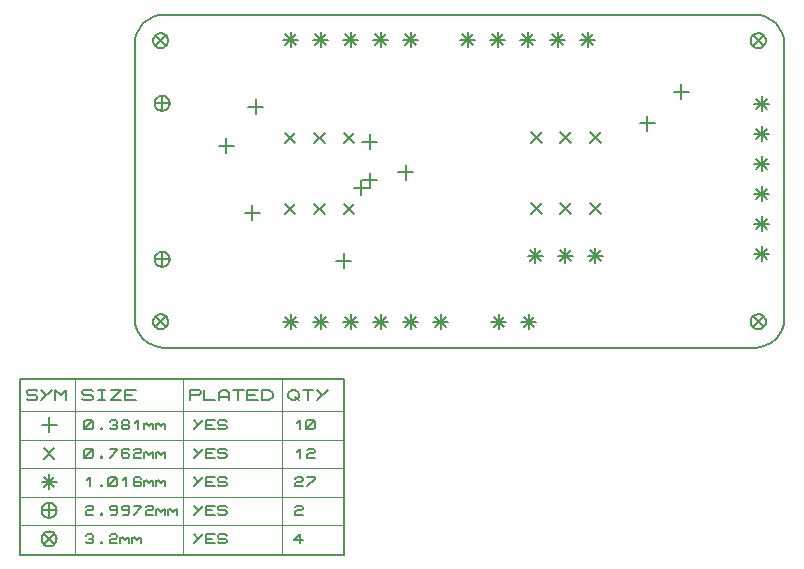
<source format=gbr>
G04 PROTEUS RS274X GERBER FILE*
%FSLAX45Y45*%
%MOMM*%
G01*
%ADD22C,0.203200*%
%ADD47C,0.127000*%
%ADD48C,0.063500*%
D22*
X+1769660Y+697960D02*
X+1769660Y+570960D01*
X+1706160Y+634460D02*
X+1833160Y+634460D01*
X+994230Y+1107280D02*
X+994230Y+980280D01*
X+930730Y+1043780D02*
X+1057730Y+1043780D01*
X+777042Y+1672436D02*
X+777042Y+1545436D01*
X+713542Y+1608936D02*
X+840542Y+1608936D01*
X+1027549Y+2001360D02*
X+1027549Y+1874360D01*
X+964049Y+1937860D02*
X+1091049Y+1937860D01*
X+2296024Y+1450246D02*
X+2296024Y+1323246D01*
X+2232524Y+1386746D02*
X+2359524Y+1386746D01*
X+4628909Y+2132340D02*
X+4628909Y+2005340D01*
X+4565409Y+2068840D02*
X+4692409Y+2068840D01*
X+1990000Y+1707689D02*
X+1990000Y+1580689D01*
X+1926500Y+1644189D02*
X+2053500Y+1644189D01*
X+4340000Y+1863500D02*
X+4340000Y+1736500D01*
X+4276500Y+1800000D02*
X+4403500Y+1800000D01*
X+1992294Y+1382707D02*
X+1992294Y+1255707D01*
X+1928794Y+1319207D02*
X+2055794Y+1319207D01*
X+1917473Y+1316921D02*
X+1917473Y+1189921D01*
X+1853973Y+1253421D02*
X+1980973Y+1253421D01*
X+296160Y+648640D02*
X+295943Y+653887D01*
X+294178Y+664382D01*
X+290486Y+674877D01*
X+284458Y+685372D01*
X+275236Y+695752D01*
X+264741Y+703440D01*
X+254246Y+708358D01*
X+243751Y+711164D01*
X+233256Y+712137D01*
X+232660Y+712140D01*
X+169160Y+648640D02*
X+169377Y+653887D01*
X+171142Y+664382D01*
X+174834Y+674877D01*
X+180862Y+685372D01*
X+190084Y+695752D01*
X+200579Y+703440D01*
X+211074Y+708358D01*
X+221569Y+711164D01*
X+232064Y+712137D01*
X+232660Y+712140D01*
X+169160Y+648640D02*
X+169377Y+643393D01*
X+171142Y+632898D01*
X+174834Y+622403D01*
X+180862Y+611908D01*
X+190084Y+601528D01*
X+200579Y+593840D01*
X+211074Y+588922D01*
X+221569Y+586116D01*
X+232064Y+585143D01*
X+232660Y+585140D01*
X+296160Y+648640D02*
X+295943Y+643393D01*
X+294178Y+632898D01*
X+290486Y+622403D01*
X+284458Y+611908D01*
X+275236Y+601528D01*
X+264741Y+593840D01*
X+254246Y+588922D01*
X+243751Y+586116D01*
X+233256Y+585143D01*
X+232660Y+585140D01*
X+232660Y+712140D02*
X+232660Y+585140D01*
X+169160Y+648640D02*
X+296160Y+648640D01*
X+296160Y+1969440D02*
X+295943Y+1974687D01*
X+294178Y+1985182D01*
X+290486Y+1995677D01*
X+284458Y+2006172D01*
X+275236Y+2016552D01*
X+264741Y+2024240D01*
X+254246Y+2029158D01*
X+243751Y+2031964D01*
X+233256Y+2032937D01*
X+232660Y+2032940D01*
X+169160Y+1969440D02*
X+169377Y+1974687D01*
X+171142Y+1985182D01*
X+174834Y+1995677D01*
X+180862Y+2006172D01*
X+190084Y+2016552D01*
X+200579Y+2024240D01*
X+211074Y+2029158D01*
X+221569Y+2031964D01*
X+232064Y+2032937D01*
X+232660Y+2032940D01*
X+169160Y+1969440D02*
X+169377Y+1964193D01*
X+171142Y+1953698D01*
X+174834Y+1943203D01*
X+180862Y+1932708D01*
X+190084Y+1922328D01*
X+200579Y+1914640D01*
X+211074Y+1909722D01*
X+221569Y+1906916D01*
X+232064Y+1905943D01*
X+232660Y+1905940D01*
X+296160Y+1969440D02*
X+295943Y+1964193D01*
X+294178Y+1953698D01*
X+290486Y+1943203D01*
X+284458Y+1932708D01*
X+275236Y+1922328D01*
X+264741Y+1914640D01*
X+254246Y+1909722D01*
X+243751Y+1906916D01*
X+233256Y+1905943D01*
X+232660Y+1905940D01*
X+232660Y+2032940D02*
X+232660Y+1905940D01*
X+169160Y+1969440D02*
X+296160Y+1969440D01*
X+1270659Y+1119161D02*
X+1360461Y+1029359D01*
X+1270659Y+1029359D02*
X+1360461Y+1119161D01*
X+1520659Y+1119161D02*
X+1610461Y+1029359D01*
X+1520659Y+1029359D02*
X+1610461Y+1119161D01*
X+1770659Y+1119161D02*
X+1860461Y+1029359D01*
X+1770659Y+1029359D02*
X+1860461Y+1119161D01*
X+1770659Y+1719161D02*
X+1860461Y+1629359D01*
X+1770659Y+1629359D02*
X+1860461Y+1719161D01*
X+1520659Y+1719161D02*
X+1610461Y+1629359D01*
X+1520659Y+1629359D02*
X+1610461Y+1719161D01*
X+1270659Y+1719161D02*
X+1360461Y+1629359D01*
X+1270659Y+1629359D02*
X+1360461Y+1719161D01*
X+1320000Y+2572540D02*
X+1320000Y+2445540D01*
X+1256500Y+2509040D02*
X+1383500Y+2509040D01*
X+1275099Y+2553941D02*
X+1364901Y+2464139D01*
X+1275099Y+2464139D02*
X+1364901Y+2553941D01*
X+1574000Y+2572540D02*
X+1574000Y+2445540D01*
X+1510500Y+2509040D02*
X+1637500Y+2509040D01*
X+1529099Y+2553941D02*
X+1618901Y+2464139D01*
X+1529099Y+2464139D02*
X+1618901Y+2553941D01*
X+1828000Y+2572540D02*
X+1828000Y+2445540D01*
X+1764500Y+2509040D02*
X+1891500Y+2509040D01*
X+1783099Y+2553941D02*
X+1872901Y+2464139D01*
X+1783099Y+2464139D02*
X+1872901Y+2553941D01*
X+2082000Y+2572540D02*
X+2082000Y+2445540D01*
X+2018500Y+2509040D02*
X+2145500Y+2509040D01*
X+2037099Y+2553941D02*
X+2126901Y+2464139D01*
X+2037099Y+2464139D02*
X+2126901Y+2553941D01*
X+2336000Y+2572540D02*
X+2336000Y+2445540D01*
X+2272500Y+2509040D02*
X+2399500Y+2509040D01*
X+2291099Y+2553941D02*
X+2380901Y+2464139D01*
X+2291099Y+2464139D02*
X+2380901Y+2553941D01*
X+3836000Y+2572540D02*
X+3836000Y+2445540D01*
X+3772500Y+2509040D02*
X+3899500Y+2509040D01*
X+3791099Y+2553941D02*
X+3880901Y+2464139D01*
X+3791099Y+2464139D02*
X+3880901Y+2553941D01*
X+3582000Y+2572540D02*
X+3582000Y+2445540D01*
X+3518500Y+2509040D02*
X+3645500Y+2509040D01*
X+3537099Y+2553941D02*
X+3626901Y+2464139D01*
X+3537099Y+2464139D02*
X+3626901Y+2553941D01*
X+3328000Y+2572540D02*
X+3328000Y+2445540D01*
X+3264500Y+2509040D02*
X+3391500Y+2509040D01*
X+3283099Y+2553941D02*
X+3372901Y+2464139D01*
X+3283099Y+2464139D02*
X+3372901Y+2553941D01*
X+3074000Y+2572540D02*
X+3074000Y+2445540D01*
X+3010500Y+2509040D02*
X+3137500Y+2509040D01*
X+3029099Y+2553941D02*
X+3118901Y+2464139D01*
X+3029099Y+2464139D02*
X+3118901Y+2553941D01*
X+2820000Y+2572540D02*
X+2820000Y+2445540D01*
X+2756500Y+2509040D02*
X+2883500Y+2509040D01*
X+2775099Y+2553941D02*
X+2864901Y+2464139D01*
X+2775099Y+2464139D02*
X+2864901Y+2553941D01*
X+2590000Y+182540D02*
X+2590000Y+55540D01*
X+2526500Y+119040D02*
X+2653500Y+119040D01*
X+2545099Y+163941D02*
X+2634901Y+74139D01*
X+2545099Y+74139D02*
X+2634901Y+163941D01*
X+2336000Y+182540D02*
X+2336000Y+55540D01*
X+2272500Y+119040D02*
X+2399500Y+119040D01*
X+2291099Y+163941D02*
X+2380901Y+74139D01*
X+2291099Y+74139D02*
X+2380901Y+163941D01*
X+2082000Y+182540D02*
X+2082000Y+55540D01*
X+2018500Y+119040D02*
X+2145500Y+119040D01*
X+2037099Y+163941D02*
X+2126901Y+74139D01*
X+2037099Y+74139D02*
X+2126901Y+163941D01*
X+1828000Y+182540D02*
X+1828000Y+55540D01*
X+1764500Y+119040D02*
X+1891500Y+119040D01*
X+1783099Y+163941D02*
X+1872901Y+74139D01*
X+1783099Y+74139D02*
X+1872901Y+163941D01*
X+1574000Y+182540D02*
X+1574000Y+55540D01*
X+1510500Y+119040D02*
X+1637500Y+119040D01*
X+1529099Y+163941D02*
X+1618901Y+74139D01*
X+1529099Y+74139D02*
X+1618901Y+163941D01*
X+1320000Y+182540D02*
X+1320000Y+55540D01*
X+1256500Y+119040D02*
X+1383500Y+119040D01*
X+1275099Y+163941D02*
X+1364901Y+74139D01*
X+1275099Y+74139D02*
X+1364901Y+163941D01*
X+3083500Y+182540D02*
X+3083500Y+55540D01*
X+3020000Y+119040D02*
X+3147000Y+119040D01*
X+3038599Y+163941D02*
X+3128401Y+74139D01*
X+3038599Y+74139D02*
X+3128401Y+163941D01*
X+3337500Y+182540D02*
X+3337500Y+55540D01*
X+3274000Y+119040D02*
X+3401000Y+119040D01*
X+3292599Y+163941D02*
X+3382401Y+74139D01*
X+3292599Y+74139D02*
X+3382401Y+163941D01*
X+5308500Y+2027540D02*
X+5308500Y+1900540D01*
X+5245000Y+1964040D02*
X+5372000Y+1964040D01*
X+5263599Y+2008941D02*
X+5353401Y+1919139D01*
X+5263599Y+1919139D02*
X+5353401Y+2008941D01*
X+5308500Y+1773540D02*
X+5308500Y+1646540D01*
X+5245000Y+1710040D02*
X+5372000Y+1710040D01*
X+5263599Y+1754941D02*
X+5353401Y+1665139D01*
X+5263599Y+1665139D02*
X+5353401Y+1754941D01*
X+5308500Y+1519540D02*
X+5308500Y+1392540D01*
X+5245000Y+1456040D02*
X+5372000Y+1456040D01*
X+5263599Y+1500941D02*
X+5353401Y+1411139D01*
X+5263599Y+1411139D02*
X+5353401Y+1500941D01*
X+5308500Y+1265540D02*
X+5308500Y+1138540D01*
X+5245000Y+1202040D02*
X+5372000Y+1202040D01*
X+5263599Y+1246941D02*
X+5353401Y+1157139D01*
X+5263599Y+1157139D02*
X+5353401Y+1246941D01*
X+5308500Y+1011540D02*
X+5308500Y+884540D01*
X+5245000Y+948040D02*
X+5372000Y+948040D01*
X+5263599Y+992941D02*
X+5353401Y+903139D01*
X+5263599Y+903139D02*
X+5353401Y+992941D01*
X+5308500Y+757540D02*
X+5308500Y+630540D01*
X+5245000Y+694040D02*
X+5372000Y+694040D01*
X+5263599Y+738941D02*
X+5353401Y+649139D01*
X+5263599Y+649139D02*
X+5353401Y+738941D01*
X+283500Y+120000D02*
X+283283Y+125247D01*
X+281518Y+135742D01*
X+277826Y+146237D01*
X+271798Y+156732D01*
X+262576Y+167112D01*
X+252081Y+174800D01*
X+241586Y+179718D01*
X+231091Y+182524D01*
X+220596Y+183497D01*
X+220000Y+183500D01*
X+156500Y+120000D02*
X+156717Y+125247D01*
X+158482Y+135742D01*
X+162174Y+146237D01*
X+168202Y+156732D01*
X+177424Y+167112D01*
X+187919Y+174800D01*
X+198414Y+179718D01*
X+208909Y+182524D01*
X+219404Y+183497D01*
X+220000Y+183500D01*
X+156500Y+120000D02*
X+156717Y+114753D01*
X+158482Y+104258D01*
X+162174Y+93763D01*
X+168202Y+83268D01*
X+177424Y+72888D01*
X+187919Y+65200D01*
X+198414Y+60282D01*
X+208909Y+57476D01*
X+219404Y+56503D01*
X+220000Y+56500D01*
X+283500Y+120000D02*
X+283283Y+114753D01*
X+281518Y+104258D01*
X+277826Y+93763D01*
X+271798Y+83268D01*
X+262576Y+72888D01*
X+252081Y+65200D01*
X+241586Y+60282D01*
X+231091Y+57476D01*
X+220596Y+56503D01*
X+220000Y+56500D01*
X+175099Y+164901D02*
X+264901Y+75099D01*
X+175099Y+75099D02*
X+264901Y+164901D01*
X+283500Y+2500000D02*
X+283283Y+2505247D01*
X+281518Y+2515742D01*
X+277826Y+2526237D01*
X+271798Y+2536732D01*
X+262576Y+2547112D01*
X+252081Y+2554800D01*
X+241586Y+2559718D01*
X+231091Y+2562524D01*
X+220596Y+2563497D01*
X+220000Y+2563500D01*
X+156500Y+2500000D02*
X+156717Y+2505247D01*
X+158482Y+2515742D01*
X+162174Y+2526237D01*
X+168202Y+2536732D01*
X+177424Y+2547112D01*
X+187919Y+2554800D01*
X+198414Y+2559718D01*
X+208909Y+2562524D01*
X+219404Y+2563497D01*
X+220000Y+2563500D01*
X+156500Y+2500000D02*
X+156717Y+2494753D01*
X+158482Y+2484258D01*
X+162174Y+2473763D01*
X+168202Y+2463268D01*
X+177424Y+2452888D01*
X+187919Y+2445200D01*
X+198414Y+2440282D01*
X+208909Y+2437476D01*
X+219404Y+2436503D01*
X+220000Y+2436500D01*
X+283500Y+2500000D02*
X+283283Y+2494753D01*
X+281518Y+2484258D01*
X+277826Y+2473763D01*
X+271798Y+2463268D01*
X+262576Y+2452888D01*
X+252081Y+2445200D01*
X+241586Y+2440282D01*
X+231091Y+2437476D01*
X+220596Y+2436503D01*
X+220000Y+2436500D01*
X+175099Y+2544901D02*
X+264901Y+2455099D01*
X+175099Y+2455099D02*
X+264901Y+2544901D01*
X+5343500Y+2500000D02*
X+5343283Y+2505247D01*
X+5341518Y+2515742D01*
X+5337826Y+2526237D01*
X+5331798Y+2536732D01*
X+5322576Y+2547112D01*
X+5312081Y+2554800D01*
X+5301586Y+2559718D01*
X+5291091Y+2562524D01*
X+5280596Y+2563497D01*
X+5280000Y+2563500D01*
X+5216500Y+2500000D02*
X+5216717Y+2505247D01*
X+5218482Y+2515742D01*
X+5222174Y+2526237D01*
X+5228202Y+2536732D01*
X+5237424Y+2547112D01*
X+5247919Y+2554800D01*
X+5258414Y+2559718D01*
X+5268909Y+2562524D01*
X+5279404Y+2563497D01*
X+5280000Y+2563500D01*
X+5216500Y+2500000D02*
X+5216717Y+2494753D01*
X+5218482Y+2484258D01*
X+5222174Y+2473763D01*
X+5228202Y+2463268D01*
X+5237424Y+2452888D01*
X+5247919Y+2445200D01*
X+5258414Y+2440282D01*
X+5268909Y+2437476D01*
X+5279404Y+2436503D01*
X+5280000Y+2436500D01*
X+5343500Y+2500000D02*
X+5343283Y+2494753D01*
X+5341518Y+2484258D01*
X+5337826Y+2473763D01*
X+5331798Y+2463268D01*
X+5322576Y+2452888D01*
X+5312081Y+2445200D01*
X+5301586Y+2440282D01*
X+5291091Y+2437476D01*
X+5280596Y+2436503D01*
X+5280000Y+2436500D01*
X+5235099Y+2544901D02*
X+5324901Y+2455099D01*
X+5235099Y+2455099D02*
X+5324901Y+2544901D01*
X+5343500Y+120000D02*
X+5343283Y+125247D01*
X+5341518Y+135742D01*
X+5337826Y+146237D01*
X+5331798Y+156732D01*
X+5322576Y+167112D01*
X+5312081Y+174800D01*
X+5301586Y+179718D01*
X+5291091Y+182524D01*
X+5280596Y+183497D01*
X+5280000Y+183500D01*
X+5216500Y+120000D02*
X+5216717Y+125247D01*
X+5218482Y+135742D01*
X+5222174Y+146237D01*
X+5228202Y+156732D01*
X+5237424Y+167112D01*
X+5247919Y+174800D01*
X+5258414Y+179718D01*
X+5268909Y+182524D01*
X+5279404Y+183497D01*
X+5280000Y+183500D01*
X+5216500Y+120000D02*
X+5216717Y+114753D01*
X+5218482Y+104258D01*
X+5222174Y+93763D01*
X+5228202Y+83268D01*
X+5237424Y+72888D01*
X+5247919Y+65200D01*
X+5258414Y+60282D01*
X+5268909Y+57476D01*
X+5279404Y+56503D01*
X+5280000Y+56500D01*
X+5343500Y+120000D02*
X+5343283Y+114753D01*
X+5341518Y+104258D01*
X+5337826Y+93763D01*
X+5331798Y+83268D01*
X+5322576Y+72888D01*
X+5312081Y+65200D01*
X+5301586Y+60282D01*
X+5291091Y+57476D01*
X+5280596Y+56503D01*
X+5280000Y+56500D01*
X+5235099Y+164901D02*
X+5324901Y+75099D01*
X+5235099Y+75099D02*
X+5324901Y+164901D01*
X+3900000Y+743500D02*
X+3900000Y+616500D01*
X+3836500Y+680000D02*
X+3963500Y+680000D01*
X+3855099Y+724901D02*
X+3944901Y+635099D01*
X+3855099Y+635099D02*
X+3944901Y+724901D01*
X+3646000Y+743500D02*
X+3646000Y+616500D01*
X+3582500Y+680000D02*
X+3709500Y+680000D01*
X+3601099Y+724901D02*
X+3690901Y+635099D01*
X+3601099Y+635099D02*
X+3690901Y+724901D01*
X+3392000Y+743500D02*
X+3392000Y+616500D01*
X+3328500Y+680000D02*
X+3455500Y+680000D01*
X+3347099Y+724901D02*
X+3436901Y+635099D01*
X+3347099Y+635099D02*
X+3436901Y+724901D01*
X+3355099Y+1124901D02*
X+3444901Y+1035099D01*
X+3355099Y+1035099D02*
X+3444901Y+1124901D01*
X+3605099Y+1124901D02*
X+3694901Y+1035099D01*
X+3605099Y+1035099D02*
X+3694901Y+1124901D01*
X+3855099Y+1124901D02*
X+3944901Y+1035099D01*
X+3855099Y+1035099D02*
X+3944901Y+1124901D01*
X+3855099Y+1724901D02*
X+3944901Y+1635099D01*
X+3855099Y+1635099D02*
X+3944901Y+1724901D01*
X+3605099Y+1724901D02*
X+3694901Y+1635099D01*
X+3605099Y+1635099D02*
X+3694901Y+1724901D01*
X+3355099Y+1724901D02*
X+3444901Y+1635099D01*
X+3355099Y+1635099D02*
X+3444901Y+1724901D01*
X+0Y+150000D02*
X+0Y+2470000D01*
X+250000Y+2720000D02*
X+5250000Y+2720000D01*
X+5500000Y+2470000D02*
X+5500000Y+150000D01*
X+5250000Y-100000D02*
X+250000Y-100000D01*
X+0Y+2470000D02*
X+4974Y+2521117D01*
X+19287Y+2568389D01*
X+42023Y+2610900D01*
X+72266Y+2647734D01*
X+109100Y+2677977D01*
X+151611Y+2700713D01*
X+198883Y+2715026D01*
X+250000Y+2720000D01*
X+0Y+150000D02*
X+4974Y+98883D01*
X+19287Y+51611D01*
X+42023Y+9100D01*
X+72266Y-27734D01*
X+109100Y-57977D01*
X+151611Y-80713D01*
X+198883Y-95026D01*
X+250000Y-100000D01*
X+5250000Y-100000D02*
X+5301117Y-95026D01*
X+5348389Y-80713D01*
X+5390900Y-57977D01*
X+5427734Y-27734D01*
X+5457977Y+9100D01*
X+5480713Y+51611D01*
X+5495026Y+98883D01*
X+5500000Y+150000D01*
X+5500000Y+2470000D02*
X+5495026Y+2521117D01*
X+5480713Y+2568389D01*
X+5457977Y+2610900D01*
X+5427734Y+2647734D01*
X+5390900Y+2677977D01*
X+5348389Y+2700713D01*
X+5301117Y+2715026D01*
X+5250000Y+2720000D01*
D47*
X-971300Y-1852600D02*
X+1774440Y-1852600D01*
X+1774440Y-366700D01*
X-971300Y-366700D01*
X-971300Y-1852600D01*
D48*
X-503938Y-366700D02*
X-503938Y-1852600D01*
X+410462Y-366700D02*
X+410462Y-1852600D01*
X+1243582Y-366700D02*
X+1243582Y-1852600D01*
X-971300Y-639750D02*
X+1774440Y-639750D01*
X-971300Y-881050D02*
X+1774440Y-881050D01*
X-971300Y-1122350D02*
X+1774440Y-1122350D01*
X-971300Y-1363650D02*
X+1774440Y-1363650D01*
X-971300Y-1604950D02*
X+1774440Y-1604950D01*
D47*
X-914150Y-530530D02*
X-898910Y-545770D01*
X-837950Y-545770D01*
X-822710Y-530530D01*
X-822710Y-515290D01*
X-837950Y-500050D01*
X-898910Y-500050D01*
X-914150Y-484810D01*
X-914150Y-469570D01*
X-898910Y-454330D01*
X-837950Y-454330D01*
X-822710Y-469570D01*
X-700790Y-454330D02*
X-792230Y-545770D01*
X-792230Y-454330D02*
X-746510Y-500050D01*
X-670310Y-545770D02*
X-670310Y-454330D01*
X-624590Y-500050D01*
X-578870Y-454330D01*
X-578870Y-545770D01*
X-446790Y-530530D02*
X-431550Y-545770D01*
X-370590Y-545770D01*
X-355350Y-530530D01*
X-355350Y-515290D01*
X-370590Y-500050D01*
X-431550Y-500050D01*
X-446790Y-484810D01*
X-446790Y-469570D01*
X-431550Y-454330D01*
X-370590Y-454330D01*
X-355350Y-469570D01*
X-309630Y-454330D02*
X-248670Y-454330D01*
X-279150Y-454330D02*
X-279150Y-545770D01*
X-309630Y-545770D02*
X-248670Y-545770D01*
X-202950Y-454330D02*
X-111510Y-454330D01*
X-202950Y-545770D01*
X-111510Y-545770D01*
X+10410Y-545770D02*
X-81030Y-545770D01*
X-81030Y-454330D01*
X+10410Y-454330D01*
X-81030Y-500050D02*
X-20070Y-500050D01*
X+467610Y-545770D02*
X+467610Y-454330D01*
X+543810Y-454330D01*
X+559050Y-469570D01*
X+559050Y-484810D01*
X+543810Y-500050D01*
X+467610Y-500050D01*
X+589530Y-454330D02*
X+589530Y-545770D01*
X+680970Y-545770D01*
X+711450Y-545770D02*
X+711450Y-484810D01*
X+741930Y-454330D01*
X+772410Y-454330D01*
X+802890Y-484810D01*
X+802890Y-545770D01*
X+711450Y-515290D02*
X+802890Y-515290D01*
X+833370Y-454330D02*
X+924810Y-454330D01*
X+879090Y-454330D02*
X+879090Y-545770D01*
X+1046730Y-545770D02*
X+955290Y-545770D01*
X+955290Y-454330D01*
X+1046730Y-454330D01*
X+955290Y-500050D02*
X+1016250Y-500050D01*
X+1077210Y-545770D02*
X+1077210Y-454330D01*
X+1138170Y-454330D01*
X+1168650Y-484810D01*
X+1168650Y-515290D01*
X+1138170Y-545770D01*
X+1077210Y-545770D01*
X+1300730Y-484810D02*
X+1331210Y-454330D01*
X+1361690Y-454330D01*
X+1392170Y-484810D01*
X+1392170Y-515290D01*
X+1361690Y-545770D01*
X+1331210Y-545770D01*
X+1300730Y-515290D01*
X+1300730Y-484810D01*
X+1361690Y-515290D02*
X+1392170Y-545770D01*
X+1422650Y-454330D02*
X+1514090Y-454330D01*
X+1468370Y-454330D02*
X+1468370Y-545770D01*
X+1636010Y-454330D02*
X+1544570Y-545770D01*
X+1544570Y-454330D02*
X+1590290Y-500050D01*
D22*
X-724920Y-690550D02*
X-724920Y-817550D01*
X-788420Y-754050D02*
X-661420Y-754050D01*
D47*
X-427740Y-779450D02*
X-427740Y-728650D01*
X-415040Y-715950D01*
X-364240Y-715950D01*
X-351540Y-728650D01*
X-351540Y-779450D01*
X-364240Y-792150D01*
X-415040Y-792150D01*
X-427740Y-779450D01*
X-427740Y-792150D02*
X-351540Y-715950D01*
X-288040Y-779450D02*
X-275340Y-779450D01*
X-275340Y-792150D01*
X-288040Y-792150D01*
X-288040Y-779450D01*
X-211840Y-728650D02*
X-199140Y-715950D01*
X-161040Y-715950D01*
X-148340Y-728650D01*
X-148340Y-741350D01*
X-161040Y-754050D01*
X-148340Y-766750D01*
X-148340Y-779450D01*
X-161040Y-792150D01*
X-199140Y-792150D01*
X-211840Y-779450D01*
X-186440Y-754050D02*
X-161040Y-754050D01*
X-97540Y-754050D02*
X-110240Y-741350D01*
X-110240Y-728650D01*
X-97540Y-715950D01*
X-59440Y-715950D01*
X-46740Y-728650D01*
X-46740Y-741350D01*
X-59440Y-754050D01*
X-97540Y-754050D01*
X-110240Y-766750D01*
X-110240Y-779450D01*
X-97540Y-792150D01*
X-59440Y-792150D01*
X-46740Y-779450D01*
X-46740Y-766750D01*
X-59440Y-754050D01*
X+4060Y-741350D02*
X+29460Y-715950D01*
X+29460Y-792150D01*
X+80260Y-792150D02*
X+80260Y-741350D01*
X+80260Y-754050D02*
X+92960Y-741350D01*
X+118360Y-766750D01*
X+143760Y-741350D01*
X+156460Y-754050D01*
X+156460Y-792150D01*
X+181860Y-792150D02*
X+181860Y-741350D01*
X+181860Y-754050D02*
X+194560Y-741350D01*
X+219960Y-766750D01*
X+245360Y-741350D01*
X+258060Y-754050D01*
X+258060Y-792150D01*
X+575560Y-715950D02*
X+499360Y-792150D01*
X+499360Y-715950D02*
X+537460Y-754050D01*
X+677160Y-792150D02*
X+600960Y-792150D01*
X+600960Y-715950D01*
X+677160Y-715950D01*
X+600960Y-754050D02*
X+651760Y-754050D01*
X+702560Y-779450D02*
X+715260Y-792150D01*
X+766060Y-792150D01*
X+778760Y-779450D01*
X+778760Y-766750D01*
X+766060Y-754050D01*
X+715260Y-754050D01*
X+702560Y-741350D01*
X+702560Y-728650D01*
X+715260Y-715950D01*
X+766060Y-715950D01*
X+778760Y-728650D01*
X+1370580Y-741350D02*
X+1395980Y-715950D01*
X+1395980Y-792150D01*
X+1446780Y-779450D02*
X+1446780Y-728650D01*
X+1459480Y-715950D01*
X+1510280Y-715950D01*
X+1522980Y-728650D01*
X+1522980Y-779450D01*
X+1510280Y-792150D01*
X+1459480Y-792150D01*
X+1446780Y-779450D01*
X+1446780Y-792150D02*
X+1522980Y-715950D01*
D22*
X-769821Y-950449D02*
X-680019Y-1040251D01*
X-769821Y-1040251D02*
X-680019Y-950449D01*
D47*
X-427740Y-1020750D02*
X-427740Y-969950D01*
X-415040Y-957250D01*
X-364240Y-957250D01*
X-351540Y-969950D01*
X-351540Y-1020750D01*
X-364240Y-1033450D01*
X-415040Y-1033450D01*
X-427740Y-1020750D01*
X-427740Y-1033450D02*
X-351540Y-957250D01*
X-288040Y-1020750D02*
X-275340Y-1020750D01*
X-275340Y-1033450D01*
X-288040Y-1033450D01*
X-288040Y-1020750D01*
X-211840Y-957250D02*
X-148340Y-957250D01*
X-148340Y-969950D01*
X-211840Y-1033450D01*
X-46740Y-969950D02*
X-59440Y-957250D01*
X-97540Y-957250D01*
X-110240Y-969950D01*
X-110240Y-1020750D01*
X-97540Y-1033450D01*
X-59440Y-1033450D01*
X-46740Y-1020750D01*
X-46740Y-1008050D01*
X-59440Y-995350D01*
X-110240Y-995350D01*
X-8640Y-969950D02*
X+4060Y-957250D01*
X+42160Y-957250D01*
X+54860Y-969950D01*
X+54860Y-982650D01*
X+42160Y-995350D01*
X+4060Y-995350D01*
X-8640Y-1008050D01*
X-8640Y-1033450D01*
X+54860Y-1033450D01*
X+80260Y-1033450D02*
X+80260Y-982650D01*
X+80260Y-995350D02*
X+92960Y-982650D01*
X+118360Y-1008050D01*
X+143760Y-982650D01*
X+156460Y-995350D01*
X+156460Y-1033450D01*
X+181860Y-1033450D02*
X+181860Y-982650D01*
X+181860Y-995350D02*
X+194560Y-982650D01*
X+219960Y-1008050D01*
X+245360Y-982650D01*
X+258060Y-995350D01*
X+258060Y-1033450D01*
X+575560Y-957250D02*
X+499360Y-1033450D01*
X+499360Y-957250D02*
X+537460Y-995350D01*
X+677160Y-1033450D02*
X+600960Y-1033450D01*
X+600960Y-957250D01*
X+677160Y-957250D01*
X+600960Y-995350D02*
X+651760Y-995350D01*
X+702560Y-1020750D02*
X+715260Y-1033450D01*
X+766060Y-1033450D01*
X+778760Y-1020750D01*
X+778760Y-1008050D01*
X+766060Y-995350D01*
X+715260Y-995350D01*
X+702560Y-982650D01*
X+702560Y-969950D01*
X+715260Y-957250D01*
X+766060Y-957250D01*
X+778760Y-969950D01*
X+1370580Y-982650D02*
X+1395980Y-957250D01*
X+1395980Y-1033450D01*
X+1459480Y-969950D02*
X+1472180Y-957250D01*
X+1510280Y-957250D01*
X+1522980Y-969950D01*
X+1522980Y-982650D01*
X+1510280Y-995350D01*
X+1472180Y-995350D01*
X+1459480Y-1008050D01*
X+1459480Y-1033450D01*
X+1522980Y-1033450D01*
D22*
X-724920Y-1173150D02*
X-724920Y-1300150D01*
X-788420Y-1236650D02*
X-661420Y-1236650D01*
X-769821Y-1191749D02*
X-680019Y-1281551D01*
X-769821Y-1281551D02*
X-680019Y-1191749D01*
D47*
X-402340Y-1223950D02*
X-376940Y-1198550D01*
X-376940Y-1274750D01*
X-288040Y-1262050D02*
X-275340Y-1262050D01*
X-275340Y-1274750D01*
X-288040Y-1274750D01*
X-288040Y-1262050D01*
X-224540Y-1262050D02*
X-224540Y-1211250D01*
X-211840Y-1198550D01*
X-161040Y-1198550D01*
X-148340Y-1211250D01*
X-148340Y-1262050D01*
X-161040Y-1274750D01*
X-211840Y-1274750D01*
X-224540Y-1262050D01*
X-224540Y-1274750D02*
X-148340Y-1198550D01*
X-97540Y-1223950D02*
X-72140Y-1198550D01*
X-72140Y-1274750D01*
X+54860Y-1211250D02*
X+42160Y-1198550D01*
X+4060Y-1198550D01*
X-8640Y-1211250D01*
X-8640Y-1262050D01*
X+4060Y-1274750D01*
X+42160Y-1274750D01*
X+54860Y-1262050D01*
X+54860Y-1249350D01*
X+42160Y-1236650D01*
X-8640Y-1236650D01*
X+80260Y-1274750D02*
X+80260Y-1223950D01*
X+80260Y-1236650D02*
X+92960Y-1223950D01*
X+118360Y-1249350D01*
X+143760Y-1223950D01*
X+156460Y-1236650D01*
X+156460Y-1274750D01*
X+181860Y-1274750D02*
X+181860Y-1223950D01*
X+181860Y-1236650D02*
X+194560Y-1223950D01*
X+219960Y-1249350D01*
X+245360Y-1223950D01*
X+258060Y-1236650D01*
X+258060Y-1274750D01*
X+575560Y-1198550D02*
X+499360Y-1274750D01*
X+499360Y-1198550D02*
X+537460Y-1236650D01*
X+677160Y-1274750D02*
X+600960Y-1274750D01*
X+600960Y-1198550D01*
X+677160Y-1198550D01*
X+600960Y-1236650D02*
X+651760Y-1236650D01*
X+702560Y-1262050D02*
X+715260Y-1274750D01*
X+766060Y-1274750D01*
X+778760Y-1262050D01*
X+778760Y-1249350D01*
X+766060Y-1236650D01*
X+715260Y-1236650D01*
X+702560Y-1223950D01*
X+702560Y-1211250D01*
X+715260Y-1198550D01*
X+766060Y-1198550D01*
X+778760Y-1211250D01*
X+1357880Y-1211250D02*
X+1370580Y-1198550D01*
X+1408680Y-1198550D01*
X+1421380Y-1211250D01*
X+1421380Y-1223950D01*
X+1408680Y-1236650D01*
X+1370580Y-1236650D01*
X+1357880Y-1249350D01*
X+1357880Y-1274750D01*
X+1421380Y-1274750D01*
X+1459480Y-1198550D02*
X+1522980Y-1198550D01*
X+1522980Y-1211250D01*
X+1459480Y-1274750D01*
D22*
X-661420Y-1477950D02*
X-661637Y-1472703D01*
X-663402Y-1462208D01*
X-667094Y-1451713D01*
X-673122Y-1441218D01*
X-682344Y-1430838D01*
X-692839Y-1423150D01*
X-703334Y-1418232D01*
X-713829Y-1415426D01*
X-724324Y-1414453D01*
X-724920Y-1414450D01*
X-788420Y-1477950D02*
X-788203Y-1472703D01*
X-786438Y-1462208D01*
X-782746Y-1451713D01*
X-776718Y-1441218D01*
X-767496Y-1430838D01*
X-757001Y-1423150D01*
X-746506Y-1418232D01*
X-736011Y-1415426D01*
X-725516Y-1414453D01*
X-724920Y-1414450D01*
X-788420Y-1477950D02*
X-788203Y-1483197D01*
X-786438Y-1493692D01*
X-782746Y-1504187D01*
X-776718Y-1514682D01*
X-767496Y-1525062D01*
X-757001Y-1532750D01*
X-746506Y-1537668D01*
X-736011Y-1540474D01*
X-725516Y-1541447D01*
X-724920Y-1541450D01*
X-661420Y-1477950D02*
X-661637Y-1483197D01*
X-663402Y-1493692D01*
X-667094Y-1504187D01*
X-673122Y-1514682D01*
X-682344Y-1525062D01*
X-692839Y-1532750D01*
X-703334Y-1537668D01*
X-713829Y-1540474D01*
X-724324Y-1541447D01*
X-724920Y-1541450D01*
X-724920Y-1414450D02*
X-724920Y-1541450D01*
X-788420Y-1477950D02*
X-661420Y-1477950D01*
D47*
X-415040Y-1452550D02*
X-402340Y-1439850D01*
X-364240Y-1439850D01*
X-351540Y-1452550D01*
X-351540Y-1465250D01*
X-364240Y-1477950D01*
X-402340Y-1477950D01*
X-415040Y-1490650D01*
X-415040Y-1516050D01*
X-351540Y-1516050D01*
X-288040Y-1503350D02*
X-275340Y-1503350D01*
X-275340Y-1516050D01*
X-288040Y-1516050D01*
X-288040Y-1503350D01*
X-148340Y-1465250D02*
X-161040Y-1477950D01*
X-199140Y-1477950D01*
X-211840Y-1465250D01*
X-211840Y-1452550D01*
X-199140Y-1439850D01*
X-161040Y-1439850D01*
X-148340Y-1452550D01*
X-148340Y-1503350D01*
X-161040Y-1516050D01*
X-199140Y-1516050D01*
X-46740Y-1465250D02*
X-59440Y-1477950D01*
X-97540Y-1477950D01*
X-110240Y-1465250D01*
X-110240Y-1452550D01*
X-97540Y-1439850D01*
X-59440Y-1439850D01*
X-46740Y-1452550D01*
X-46740Y-1503350D01*
X-59440Y-1516050D01*
X-97540Y-1516050D01*
X-8640Y-1439850D02*
X+54860Y-1439850D01*
X+54860Y-1452550D01*
X-8640Y-1516050D01*
X+92960Y-1452550D02*
X+105660Y-1439850D01*
X+143760Y-1439850D01*
X+156460Y-1452550D01*
X+156460Y-1465250D01*
X+143760Y-1477950D01*
X+105660Y-1477950D01*
X+92960Y-1490650D01*
X+92960Y-1516050D01*
X+156460Y-1516050D01*
X+181860Y-1516050D02*
X+181860Y-1465250D01*
X+181860Y-1477950D02*
X+194560Y-1465250D01*
X+219960Y-1490650D01*
X+245360Y-1465250D01*
X+258060Y-1477950D01*
X+258060Y-1516050D01*
X+283460Y-1516050D02*
X+283460Y-1465250D01*
X+283460Y-1477950D02*
X+296160Y-1465250D01*
X+321560Y-1490650D01*
X+346960Y-1465250D01*
X+359660Y-1477950D01*
X+359660Y-1516050D01*
X+575560Y-1439850D02*
X+499360Y-1516050D01*
X+499360Y-1439850D02*
X+537460Y-1477950D01*
X+677160Y-1516050D02*
X+600960Y-1516050D01*
X+600960Y-1439850D01*
X+677160Y-1439850D01*
X+600960Y-1477950D02*
X+651760Y-1477950D01*
X+702560Y-1503350D02*
X+715260Y-1516050D01*
X+766060Y-1516050D01*
X+778760Y-1503350D01*
X+778760Y-1490650D01*
X+766060Y-1477950D01*
X+715260Y-1477950D01*
X+702560Y-1465250D01*
X+702560Y-1452550D01*
X+715260Y-1439850D01*
X+766060Y-1439850D01*
X+778760Y-1452550D01*
X+1357880Y-1452550D02*
X+1370580Y-1439850D01*
X+1408680Y-1439850D01*
X+1421380Y-1452550D01*
X+1421380Y-1465250D01*
X+1408680Y-1477950D01*
X+1370580Y-1477950D01*
X+1357880Y-1490650D01*
X+1357880Y-1516050D01*
X+1421380Y-1516050D01*
D22*
X-661420Y-1719250D02*
X-661637Y-1714003D01*
X-663402Y-1703508D01*
X-667094Y-1693013D01*
X-673122Y-1682518D01*
X-682344Y-1672138D01*
X-692839Y-1664450D01*
X-703334Y-1659532D01*
X-713829Y-1656726D01*
X-724324Y-1655753D01*
X-724920Y-1655750D01*
X-788420Y-1719250D02*
X-788203Y-1714003D01*
X-786438Y-1703508D01*
X-782746Y-1693013D01*
X-776718Y-1682518D01*
X-767496Y-1672138D01*
X-757001Y-1664450D01*
X-746506Y-1659532D01*
X-736011Y-1656726D01*
X-725516Y-1655753D01*
X-724920Y-1655750D01*
X-788420Y-1719250D02*
X-788203Y-1724497D01*
X-786438Y-1734992D01*
X-782746Y-1745487D01*
X-776718Y-1755982D01*
X-767496Y-1766362D01*
X-757001Y-1774050D01*
X-746506Y-1778968D01*
X-736011Y-1781774D01*
X-725516Y-1782747D01*
X-724920Y-1782750D01*
X-661420Y-1719250D02*
X-661637Y-1724497D01*
X-663402Y-1734992D01*
X-667094Y-1745487D01*
X-673122Y-1755982D01*
X-682344Y-1766362D01*
X-692839Y-1774050D01*
X-703334Y-1778968D01*
X-713829Y-1781774D01*
X-724324Y-1782747D01*
X-724920Y-1782750D01*
X-769821Y-1674349D02*
X-680019Y-1764151D01*
X-769821Y-1764151D02*
X-680019Y-1674349D01*
D47*
X-415040Y-1693850D02*
X-402340Y-1681150D01*
X-364240Y-1681150D01*
X-351540Y-1693850D01*
X-351540Y-1706550D01*
X-364240Y-1719250D01*
X-351540Y-1731950D01*
X-351540Y-1744650D01*
X-364240Y-1757350D01*
X-402340Y-1757350D01*
X-415040Y-1744650D01*
X-389640Y-1719250D02*
X-364240Y-1719250D01*
X-288040Y-1744650D02*
X-275340Y-1744650D01*
X-275340Y-1757350D01*
X-288040Y-1757350D01*
X-288040Y-1744650D01*
X-211840Y-1693850D02*
X-199140Y-1681150D01*
X-161040Y-1681150D01*
X-148340Y-1693850D01*
X-148340Y-1706550D01*
X-161040Y-1719250D01*
X-199140Y-1719250D01*
X-211840Y-1731950D01*
X-211840Y-1757350D01*
X-148340Y-1757350D01*
X-122940Y-1757350D02*
X-122940Y-1706550D01*
X-122940Y-1719250D02*
X-110240Y-1706550D01*
X-84840Y-1731950D01*
X-59440Y-1706550D01*
X-46740Y-1719250D01*
X-46740Y-1757350D01*
X-21340Y-1757350D02*
X-21340Y-1706550D01*
X-21340Y-1719250D02*
X-8640Y-1706550D01*
X+16760Y-1731950D01*
X+42160Y-1706550D01*
X+54860Y-1719250D01*
X+54860Y-1757350D01*
X+575560Y-1681150D02*
X+499360Y-1757350D01*
X+499360Y-1681150D02*
X+537460Y-1719250D01*
X+677160Y-1757350D02*
X+600960Y-1757350D01*
X+600960Y-1681150D01*
X+677160Y-1681150D01*
X+600960Y-1719250D02*
X+651760Y-1719250D01*
X+702560Y-1744650D02*
X+715260Y-1757350D01*
X+766060Y-1757350D01*
X+778760Y-1744650D01*
X+778760Y-1731950D01*
X+766060Y-1719250D01*
X+715260Y-1719250D01*
X+702560Y-1706550D01*
X+702560Y-1693850D01*
X+715260Y-1681150D01*
X+766060Y-1681150D01*
X+778760Y-1693850D01*
X+1421380Y-1731950D02*
X+1345180Y-1731950D01*
X+1395980Y-1681150D01*
X+1395980Y-1757350D01*
M02*

</source>
